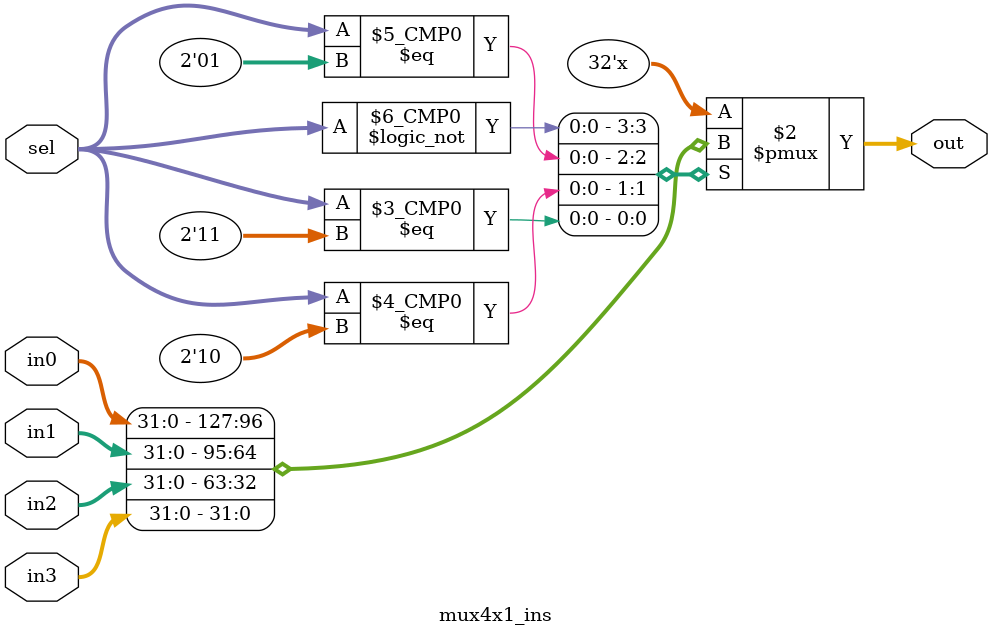
<source format=v>
`timescale 1ns/100ps
module mux4x1_ins(in0, in1, in2, in3, out, sel);
input [31:0] in0, in1, in2, in3;
input [1:0] sel;
output reg [31:0] out;

always @ (in0, in1, in2, in3, sel)
begin
   case(sel)
       2'b00 : #1 out = in0;
       2'b01 : #1 out = in1;
       2'b10 : #1 out = in2;
       2'b11 : #1 out = in3;
   endcase
end

endmodule
</source>
